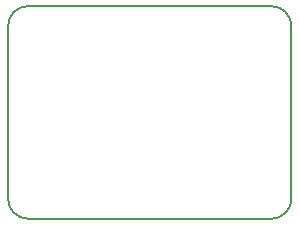
<source format=gbr>
%TF.GenerationSoftware,KiCad,Pcbnew,7.0.8-7.0.8~ubuntu22.04.1*%
%TF.CreationDate,2023-10-30T09:28:09+01:00*%
%TF.ProjectId,usb2serial-autovtg,75736232-7365-4726-9961-6c2d6175746f,rev?*%
%TF.SameCoordinates,Original*%
%TF.FileFunction,Profile,NP*%
%FSLAX46Y46*%
G04 Gerber Fmt 4.6, Leading zero omitted, Abs format (unit mm)*
G04 Created by KiCad (PCBNEW 7.0.8-7.0.8~ubuntu22.04.1) date 2023-10-30 09:28:09*
%MOMM*%
%LPD*%
G01*
G04 APERTURE LIST*
%TA.AperFunction,Profile*%
%ADD10C,0.150000*%
%TD*%
G04 APERTURE END LIST*
D10*
X156300000Y-86000000D02*
X135700000Y-86000000D01*
X135700000Y-68000000D02*
X156300000Y-68000000D01*
X156300000Y-86000000D02*
G75*
G03*
X158000000Y-84300000I0J1700000D01*
G01*
X134000000Y-84300000D02*
X134000000Y-69700000D01*
X135700000Y-68000000D02*
G75*
G03*
X134000000Y-69700000I0J-1700000D01*
G01*
X158000000Y-69700000D02*
G75*
G03*
X156300000Y-68000000I-1700000J0D01*
G01*
X134000000Y-84300000D02*
G75*
G03*
X135700000Y-86000000I1700000J0D01*
G01*
X158000000Y-69700000D02*
X158000000Y-84300000D01*
M02*

</source>
